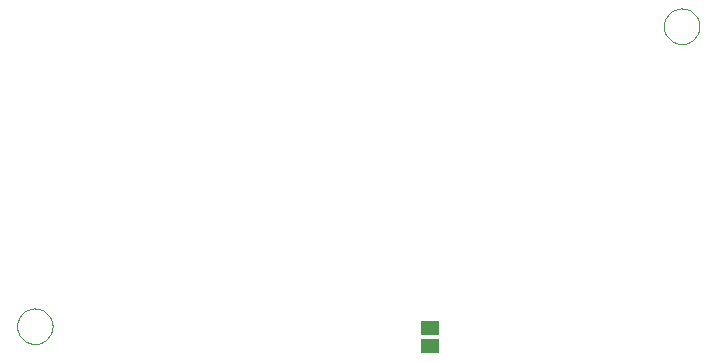
<source format=gbp>
G75*
G70*
%OFA0B0*%
%FSLAX24Y24*%
%IPPOS*%
%LPD*%
%AMOC8*
5,1,8,0,0,1.08239X$1,22.5*
%
%ADD10C,0.0000*%
%ADD11R,0.0630X0.0460*%
D10*
X009905Y007220D02*
X009907Y007268D01*
X009913Y007316D01*
X009923Y007363D01*
X009936Y007409D01*
X009954Y007454D01*
X009974Y007498D01*
X009999Y007540D01*
X010027Y007579D01*
X010057Y007616D01*
X010091Y007650D01*
X010128Y007682D01*
X010166Y007711D01*
X010207Y007736D01*
X010250Y007758D01*
X010295Y007776D01*
X010341Y007790D01*
X010388Y007801D01*
X010436Y007808D01*
X010484Y007811D01*
X010532Y007810D01*
X010580Y007805D01*
X010628Y007796D01*
X010674Y007784D01*
X010719Y007767D01*
X010763Y007747D01*
X010805Y007724D01*
X010845Y007697D01*
X010883Y007667D01*
X010918Y007634D01*
X010950Y007598D01*
X010980Y007560D01*
X011006Y007519D01*
X011028Y007476D01*
X011048Y007432D01*
X011063Y007387D01*
X011075Y007340D01*
X011083Y007292D01*
X011087Y007244D01*
X011087Y007196D01*
X011083Y007148D01*
X011075Y007100D01*
X011063Y007053D01*
X011048Y007008D01*
X011028Y006964D01*
X011006Y006921D01*
X010980Y006880D01*
X010950Y006842D01*
X010918Y006806D01*
X010883Y006773D01*
X010845Y006743D01*
X010805Y006716D01*
X010763Y006693D01*
X010719Y006673D01*
X010674Y006656D01*
X010628Y006644D01*
X010580Y006635D01*
X010532Y006630D01*
X010484Y006629D01*
X010436Y006632D01*
X010388Y006639D01*
X010341Y006650D01*
X010295Y006664D01*
X010250Y006682D01*
X010207Y006704D01*
X010166Y006729D01*
X010128Y006758D01*
X010091Y006790D01*
X010057Y006824D01*
X010027Y006861D01*
X009999Y006900D01*
X009974Y006942D01*
X009954Y006986D01*
X009936Y007031D01*
X009923Y007077D01*
X009913Y007124D01*
X009907Y007172D01*
X009905Y007220D01*
X031468Y017220D02*
X031470Y017268D01*
X031476Y017316D01*
X031486Y017363D01*
X031499Y017409D01*
X031517Y017454D01*
X031537Y017498D01*
X031562Y017540D01*
X031590Y017579D01*
X031620Y017616D01*
X031654Y017650D01*
X031691Y017682D01*
X031729Y017711D01*
X031770Y017736D01*
X031813Y017758D01*
X031858Y017776D01*
X031904Y017790D01*
X031951Y017801D01*
X031999Y017808D01*
X032047Y017811D01*
X032095Y017810D01*
X032143Y017805D01*
X032191Y017796D01*
X032237Y017784D01*
X032282Y017767D01*
X032326Y017747D01*
X032368Y017724D01*
X032408Y017697D01*
X032446Y017667D01*
X032481Y017634D01*
X032513Y017598D01*
X032543Y017560D01*
X032569Y017519D01*
X032591Y017476D01*
X032611Y017432D01*
X032626Y017387D01*
X032638Y017340D01*
X032646Y017292D01*
X032650Y017244D01*
X032650Y017196D01*
X032646Y017148D01*
X032638Y017100D01*
X032626Y017053D01*
X032611Y017008D01*
X032591Y016964D01*
X032569Y016921D01*
X032543Y016880D01*
X032513Y016842D01*
X032481Y016806D01*
X032446Y016773D01*
X032408Y016743D01*
X032368Y016716D01*
X032326Y016693D01*
X032282Y016673D01*
X032237Y016656D01*
X032191Y016644D01*
X032143Y016635D01*
X032095Y016630D01*
X032047Y016629D01*
X031999Y016632D01*
X031951Y016639D01*
X031904Y016650D01*
X031858Y016664D01*
X031813Y016682D01*
X031770Y016704D01*
X031729Y016729D01*
X031691Y016758D01*
X031654Y016790D01*
X031620Y016824D01*
X031590Y016861D01*
X031562Y016900D01*
X031537Y016942D01*
X031517Y016986D01*
X031499Y017031D01*
X031486Y017077D01*
X031476Y017124D01*
X031470Y017172D01*
X031468Y017220D01*
D11*
X023684Y007145D03*
X023684Y006545D03*
M02*

</source>
